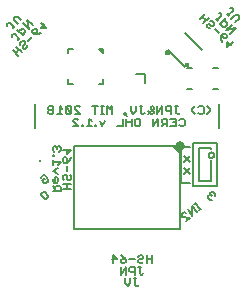
<source format=gbo>
G75*
%MOIN*%
%OFA0B0*%
%FSLAX25Y25*%
%IPPOS*%
%LPD*%
%AMOC8*
5,1,8,0,0,1.08239X$1,22.5*
%
%ADD10C,0.00600*%
%ADD11C,0.00500*%
%ADD12C,0.03150*%
%ADD13C,0.00787*%
%ADD14C,0.01575*%
D10*
X0063023Y0099378D02*
X0061799Y0100607D01*
X0061800Y0101220D01*
X0062414Y0101833D01*
X0063028Y0101831D01*
X0064252Y0100603D01*
X0064251Y0099989D01*
X0063637Y0099377D01*
X0063023Y0099378D01*
X0065767Y0101989D02*
X0068369Y0101989D01*
X0068369Y0103290D01*
X0067935Y0103723D01*
X0067068Y0103723D01*
X0066634Y0103290D01*
X0066634Y0101989D01*
X0066634Y0102856D02*
X0065767Y0103723D01*
X0066200Y0104935D02*
X0067068Y0104935D01*
X0067502Y0105369D01*
X0067502Y0106236D01*
X0067068Y0106670D01*
X0066634Y0106670D01*
X0066634Y0104935D01*
X0066200Y0104935D02*
X0065767Y0105369D01*
X0065767Y0106236D01*
X0064249Y0105655D02*
X0064047Y0105076D01*
X0063266Y0104698D01*
X0062687Y0104900D01*
X0062310Y0105681D01*
X0063091Y0106058D01*
X0064249Y0105655D02*
X0063494Y0107217D01*
X0062915Y0107418D01*
X0062134Y0107041D01*
X0061932Y0106462D01*
X0065767Y0108749D02*
X0067502Y0109616D01*
X0067502Y0110828D02*
X0068369Y0111696D01*
X0065767Y0111696D01*
X0065767Y0112563D02*
X0065767Y0110828D01*
X0065767Y0108749D02*
X0067502Y0107882D01*
X0069191Y0106973D02*
X0069191Y0106105D01*
X0069624Y0105672D01*
X0070492Y0106105D02*
X0070492Y0106973D01*
X0070058Y0107407D01*
X0069624Y0107407D01*
X0069191Y0106973D01*
X0070492Y0106105D02*
X0070926Y0105672D01*
X0071359Y0105672D01*
X0071793Y0106105D01*
X0071793Y0106973D01*
X0071359Y0107407D01*
X0070492Y0108618D02*
X0070492Y0110353D01*
X0070492Y0111565D02*
X0070492Y0112866D01*
X0070058Y0113300D01*
X0069624Y0113300D01*
X0069191Y0112866D01*
X0069191Y0111999D01*
X0069624Y0111565D01*
X0070492Y0111565D01*
X0071359Y0112432D01*
X0071793Y0113300D01*
X0070492Y0114511D02*
X0070492Y0116246D01*
X0071793Y0115812D02*
X0070492Y0114511D01*
X0069191Y0115812D02*
X0071793Y0115812D01*
X0068369Y0115682D02*
X0068369Y0116549D01*
X0067935Y0116983D01*
X0067502Y0116983D01*
X0067068Y0116549D01*
X0066634Y0116983D01*
X0066200Y0116983D01*
X0065767Y0116549D01*
X0065767Y0115682D01*
X0066200Y0115248D01*
X0066200Y0114208D02*
X0065767Y0114208D01*
X0065767Y0113775D01*
X0066200Y0113775D01*
X0066200Y0114208D01*
X0067935Y0115248D02*
X0068369Y0115682D01*
X0067068Y0116115D02*
X0067068Y0116549D01*
X0072601Y0123662D02*
X0074335Y0123662D01*
X0072601Y0125397D01*
X0072601Y0125830D01*
X0073034Y0126264D01*
X0073902Y0126264D01*
X0074335Y0125830D01*
X0075375Y0124095D02*
X0075375Y0123662D01*
X0075809Y0123662D01*
X0075809Y0124095D01*
X0075375Y0124095D01*
X0077020Y0123662D02*
X0078755Y0123662D01*
X0077888Y0123662D02*
X0077888Y0126264D01*
X0078755Y0125397D01*
X0079795Y0124095D02*
X0079795Y0123662D01*
X0080228Y0123662D01*
X0080228Y0124095D01*
X0079795Y0124095D01*
X0081440Y0125397D02*
X0082307Y0123662D01*
X0083175Y0125397D01*
X0082684Y0127822D02*
X0081816Y0127822D01*
X0082250Y0127822D02*
X0082250Y0130424D01*
X0082684Y0130424D02*
X0081816Y0130424D01*
X0080719Y0130424D02*
X0078985Y0130424D01*
X0079852Y0130424D02*
X0079852Y0127822D01*
X0083896Y0127822D02*
X0083896Y0130424D01*
X0084763Y0129557D01*
X0085630Y0130424D01*
X0085630Y0127822D01*
X0089068Y0126264D02*
X0089068Y0123662D01*
X0087333Y0123662D01*
X0090280Y0123662D02*
X0090280Y0126264D01*
X0090541Y0126954D02*
X0089674Y0127822D01*
X0090107Y0127822D01*
X0090107Y0128255D01*
X0089674Y0128255D01*
X0089674Y0127822D01*
X0091753Y0128689D02*
X0091753Y0130424D01*
X0093488Y0130424D02*
X0093488Y0128689D01*
X0092620Y0127822D01*
X0091753Y0128689D01*
X0092014Y0126264D02*
X0092014Y0123662D01*
X0093226Y0124095D02*
X0093226Y0125830D01*
X0093660Y0126264D01*
X0094527Y0126264D01*
X0094961Y0125830D01*
X0094961Y0124095D01*
X0094527Y0123662D01*
X0093660Y0123662D01*
X0093226Y0124095D01*
X0092014Y0124963D02*
X0090280Y0124963D01*
X0095133Y0128255D02*
X0095133Y0130424D01*
X0095567Y0130424D02*
X0094699Y0130424D01*
X0095133Y0128255D02*
X0095567Y0127822D01*
X0096001Y0127822D01*
X0096434Y0128255D01*
X0097646Y0127822D02*
X0099381Y0129557D01*
X0099381Y0129990D01*
X0098947Y0130424D01*
X0098513Y0129990D01*
X0098513Y0129557D01*
X0099381Y0128689D01*
X0099381Y0128255D01*
X0098947Y0127822D01*
X0098513Y0127822D01*
X0097646Y0128689D01*
X0099119Y0126264D02*
X0099119Y0123662D01*
X0100854Y0126264D01*
X0100854Y0123662D01*
X0102066Y0123662D02*
X0102933Y0124529D01*
X0102499Y0124529D02*
X0103801Y0124529D01*
X0103801Y0123662D02*
X0103801Y0126264D01*
X0102499Y0126264D01*
X0102066Y0125830D01*
X0102066Y0124963D01*
X0102499Y0124529D01*
X0105012Y0123662D02*
X0106747Y0123662D01*
X0106747Y0126264D01*
X0105012Y0126264D01*
X0105880Y0124963D02*
X0106747Y0124963D01*
X0107959Y0125830D02*
X0108392Y0126264D01*
X0109260Y0126264D01*
X0109694Y0125830D01*
X0109694Y0124095D01*
X0109260Y0123662D01*
X0108392Y0123662D01*
X0107959Y0124095D01*
X0107787Y0127822D02*
X0107353Y0127822D01*
X0106919Y0128255D01*
X0106919Y0130424D01*
X0107353Y0130424D02*
X0106485Y0130424D01*
X0105274Y0130424D02*
X0103973Y0130424D01*
X0103539Y0129990D01*
X0103539Y0129123D01*
X0103973Y0128689D01*
X0105274Y0128689D01*
X0105274Y0127822D02*
X0105274Y0130424D01*
X0107787Y0127822D02*
X0108220Y0128255D01*
X0112264Y0128689D02*
X0112264Y0129557D01*
X0113131Y0130424D01*
X0114343Y0129990D02*
X0114777Y0130424D01*
X0115644Y0130424D01*
X0116078Y0129990D01*
X0116078Y0128255D01*
X0115644Y0127822D01*
X0114777Y0127822D01*
X0114343Y0128255D01*
X0113131Y0127822D02*
X0112264Y0128689D01*
X0117175Y0127822D02*
X0118042Y0128689D01*
X0118042Y0129557D01*
X0117175Y0130424D01*
X0102327Y0130424D02*
X0102327Y0127822D01*
X0100592Y0127822D02*
X0100592Y0130424D01*
X0102327Y0130424D02*
X0100592Y0127822D01*
X0118620Y0101649D02*
X0118337Y0101320D01*
X0118383Y0100708D01*
X0117771Y0100662D01*
X0117488Y0100334D01*
X0117534Y0099722D01*
X0118192Y0099156D01*
X0118804Y0099202D01*
X0118712Y0100426D02*
X0118383Y0100708D01*
X0118620Y0101649D02*
X0119231Y0101695D01*
X0119889Y0101129D01*
X0119935Y0100518D01*
X0115245Y0096217D02*
X0114563Y0095680D01*
X0114904Y0095949D02*
X0113295Y0097994D01*
X0113636Y0098262D02*
X0112954Y0097725D01*
X0112092Y0097047D02*
X0113701Y0095002D01*
X0112338Y0093929D02*
X0112092Y0097047D01*
X0110729Y0095974D02*
X0112338Y0093929D01*
X0111386Y0093180D02*
X0108949Y0093470D01*
X0108681Y0093811D01*
X0108754Y0094420D01*
X0109435Y0094957D01*
X0110045Y0094884D01*
X0111386Y0093180D02*
X0110022Y0092107D01*
X0098931Y0080688D02*
X0098931Y0078086D01*
X0098931Y0079387D02*
X0097196Y0079387D01*
X0095985Y0079820D02*
X0095551Y0079387D01*
X0094683Y0079387D01*
X0094250Y0078953D01*
X0094250Y0078519D01*
X0094683Y0078086D01*
X0095551Y0078086D01*
X0095985Y0078519D01*
X0097196Y0078086D02*
X0097196Y0080688D01*
X0095985Y0080254D02*
X0095985Y0079820D01*
X0095985Y0080254D02*
X0095551Y0080688D01*
X0094683Y0080688D01*
X0094250Y0080254D01*
X0093038Y0079387D02*
X0091303Y0079387D01*
X0090091Y0079387D02*
X0088790Y0079387D01*
X0088357Y0078953D01*
X0088357Y0078519D01*
X0088790Y0078086D01*
X0089658Y0078086D01*
X0090091Y0078519D01*
X0090091Y0079387D01*
X0089224Y0080254D01*
X0088357Y0080688D01*
X0087145Y0079387D02*
X0085410Y0079387D01*
X0085844Y0080688D02*
X0087145Y0079387D01*
X0085844Y0078086D02*
X0085844Y0080688D01*
X0088357Y0076848D02*
X0088357Y0074246D01*
X0090091Y0076848D01*
X0090091Y0074246D01*
X0089830Y0073008D02*
X0089830Y0071273D01*
X0090697Y0070406D01*
X0091565Y0071273D01*
X0091565Y0073008D01*
X0092776Y0073008D02*
X0093644Y0073008D01*
X0093210Y0073008D02*
X0093210Y0070839D01*
X0093644Y0070406D01*
X0094078Y0070406D01*
X0094511Y0070839D01*
X0095117Y0074246D02*
X0094683Y0074679D01*
X0094683Y0076848D01*
X0094250Y0076848D02*
X0095117Y0076848D01*
X0093038Y0076848D02*
X0093038Y0074246D01*
X0093038Y0075113D02*
X0091737Y0075113D01*
X0091303Y0075547D01*
X0091303Y0076414D01*
X0091737Y0076848D01*
X0093038Y0076848D01*
X0095117Y0074246D02*
X0095551Y0074246D01*
X0095985Y0074679D01*
X0071793Y0102725D02*
X0069191Y0102725D01*
X0070492Y0102725D02*
X0070492Y0104460D01*
X0071793Y0104460D02*
X0069191Y0104460D01*
X0068933Y0127822D02*
X0067199Y0127822D01*
X0068066Y0127822D02*
X0068066Y0130424D01*
X0068933Y0129557D01*
X0070145Y0129990D02*
X0071880Y0128255D01*
X0071446Y0127822D01*
X0070579Y0127822D01*
X0070145Y0128255D01*
X0070145Y0129990D01*
X0070579Y0130424D01*
X0071446Y0130424D01*
X0071880Y0129990D01*
X0071880Y0128255D01*
X0073092Y0127822D02*
X0074826Y0127822D01*
X0073092Y0129557D01*
X0073092Y0129990D01*
X0073525Y0130424D01*
X0074393Y0130424D01*
X0074826Y0129990D01*
X0065987Y0129990D02*
X0065987Y0129557D01*
X0065553Y0129123D01*
X0064686Y0129123D01*
X0064252Y0128689D01*
X0064252Y0128255D01*
X0064686Y0127822D01*
X0065553Y0127822D01*
X0065987Y0128255D01*
X0065987Y0128689D01*
X0065553Y0129123D01*
X0064686Y0129123D02*
X0064252Y0129557D01*
X0064252Y0129990D01*
X0064686Y0130424D01*
X0065553Y0130424D01*
X0065987Y0129990D01*
X0054271Y0147162D02*
X0052431Y0149002D01*
X0053351Y0148082D02*
X0054577Y0149309D01*
X0055741Y0149859D02*
X0055741Y0150472D01*
X0056354Y0151086D01*
X0056354Y0151699D01*
X0056047Y0152006D01*
X0055434Y0152006D01*
X0054821Y0151392D01*
X0054821Y0150779D01*
X0053657Y0150229D02*
X0055497Y0148389D01*
X0056047Y0149552D02*
X0055741Y0149859D01*
X0056047Y0149552D02*
X0056661Y0149552D01*
X0057274Y0150166D01*
X0057274Y0150779D01*
X0057518Y0152249D02*
X0058744Y0153476D01*
X0059601Y0154333D02*
X0060521Y0155253D01*
X0060521Y0155866D01*
X0060214Y0156173D01*
X0059601Y0156173D01*
X0058988Y0155559D01*
X0058988Y0154946D01*
X0059601Y0154333D01*
X0060828Y0154333D01*
X0061748Y0154639D01*
X0061685Y0156416D02*
X0062911Y0157643D01*
X0061685Y0158256D02*
X0063525Y0156416D01*
X0061685Y0156416D01*
X0059033Y0157355D02*
X0057193Y0159195D01*
X0057806Y0156128D01*
X0055966Y0157968D01*
X0055276Y0159028D02*
X0054049Y0160255D01*
X0052822Y0160255D01*
X0052822Y0159028D01*
X0054049Y0157801D01*
X0053192Y0156945D02*
X0052579Y0156331D01*
X0052885Y0156638D02*
X0051352Y0158171D01*
X0050739Y0158171D01*
X0050432Y0157865D01*
X0050432Y0157251D01*
X0052412Y0154414D02*
X0052105Y0154108D01*
X0052105Y0153494D01*
X0052412Y0154414D02*
X0053025Y0154414D01*
X0054559Y0152881D01*
X0054252Y0152574D02*
X0054866Y0153188D01*
X0055722Y0154044D02*
X0053882Y0155884D01*
X0054496Y0155271D02*
X0055416Y0156191D01*
X0056029Y0156191D01*
X0056642Y0155578D01*
X0056642Y0154964D01*
X0055722Y0154044D01*
X0114702Y0159281D02*
X0116542Y0161121D01*
X0115622Y0160201D02*
X0116849Y0158975D01*
X0117399Y0157811D02*
X0118012Y0157811D01*
X0118625Y0157198D01*
X0119239Y0157198D01*
X0119545Y0157505D01*
X0119545Y0158118D01*
X0118932Y0158731D01*
X0118319Y0158731D01*
X0117769Y0159895D02*
X0115929Y0158055D01*
X0117092Y0157505D02*
X0117399Y0157811D01*
X0117092Y0157505D02*
X0117092Y0156891D01*
X0117705Y0156278D01*
X0118319Y0156278D01*
X0119789Y0156034D02*
X0121016Y0154808D01*
X0121872Y0153951D02*
X0122792Y0153031D01*
X0123406Y0153031D01*
X0123712Y0153338D01*
X0123712Y0153951D01*
X0123099Y0154564D01*
X0122486Y0154564D01*
X0121872Y0153951D01*
X0121872Y0152724D01*
X0122179Y0151804D01*
X0123956Y0151867D02*
X0125183Y0150641D01*
X0125796Y0151867D02*
X0123956Y0150027D01*
X0123956Y0151867D01*
X0124894Y0154519D02*
X0126734Y0156360D01*
X0123668Y0155746D01*
X0125508Y0157586D01*
X0126568Y0158277D02*
X0127795Y0159503D01*
X0127795Y0160730D01*
X0126568Y0160730D01*
X0125341Y0159503D01*
X0124484Y0160360D02*
X0123871Y0160973D01*
X0124178Y0160667D02*
X0125711Y0162200D01*
X0125711Y0162813D01*
X0125404Y0163120D01*
X0124791Y0163120D01*
X0121954Y0161140D02*
X0121954Y0160527D01*
X0120421Y0158993D01*
X0120727Y0158687D02*
X0120114Y0159300D01*
X0121584Y0157830D02*
X0122504Y0156910D01*
X0123118Y0156910D01*
X0123731Y0157523D01*
X0123731Y0158136D01*
X0122811Y0159056D01*
X0123424Y0159670D02*
X0121584Y0157830D01*
X0121954Y0161140D02*
X0121647Y0161447D01*
X0121034Y0161447D01*
D11*
X0072731Y0117160D02*
X0072731Y0089601D01*
X0108164Y0089601D01*
X0108164Y0117160D01*
X0108164Y0114798D01*
X0105802Y0117160D01*
X0108164Y0117160D01*
X0072731Y0117160D01*
X0059739Y0123065D02*
X0059739Y0130939D01*
X0070802Y0137711D02*
X0070802Y0139286D01*
X0070802Y0137711D02*
X0072377Y0137711D01*
X0081038Y0137711D02*
X0082613Y0137711D01*
X0082613Y0139286D01*
X0082613Y0147947D02*
X0082613Y0148735D01*
X0082219Y0149128D01*
X0081825Y0149128D01*
X0082219Y0148735D01*
X0082613Y0148735D02*
X0082613Y0149522D01*
X0081038Y0149522D01*
X0082613Y0147947D01*
X0072377Y0149522D02*
X0070802Y0149522D01*
X0070802Y0147947D01*
X0093597Y0140979D02*
X0096353Y0140979D01*
X0096353Y0138223D01*
X0103577Y0148332D02*
X0103579Y0148371D01*
X0103585Y0148410D01*
X0103595Y0148448D01*
X0103608Y0148485D01*
X0103625Y0148520D01*
X0103645Y0148554D01*
X0103669Y0148585D01*
X0103696Y0148614D01*
X0103725Y0148640D01*
X0103757Y0148663D01*
X0103791Y0148683D01*
X0103827Y0148699D01*
X0103864Y0148711D01*
X0103903Y0148720D01*
X0103942Y0148725D01*
X0103981Y0148726D01*
X0104020Y0148723D01*
X0104059Y0148716D01*
X0104096Y0148705D01*
X0104133Y0148691D01*
X0104168Y0148673D01*
X0104201Y0148652D01*
X0104232Y0148627D01*
X0104260Y0148600D01*
X0104285Y0148570D01*
X0104307Y0148537D01*
X0104326Y0148503D01*
X0104341Y0148467D01*
X0104353Y0148429D01*
X0104361Y0148391D01*
X0104365Y0148352D01*
X0104365Y0148312D01*
X0104361Y0148273D01*
X0104353Y0148235D01*
X0104341Y0148197D01*
X0104326Y0148161D01*
X0104307Y0148127D01*
X0104285Y0148094D01*
X0104260Y0148064D01*
X0104232Y0148037D01*
X0104201Y0148012D01*
X0104168Y0147991D01*
X0104133Y0147973D01*
X0104096Y0147959D01*
X0104059Y0147948D01*
X0104020Y0147941D01*
X0103981Y0147938D01*
X0103942Y0147939D01*
X0103903Y0147944D01*
X0103864Y0147953D01*
X0103827Y0147965D01*
X0103791Y0147981D01*
X0103757Y0148001D01*
X0103725Y0148024D01*
X0103696Y0148050D01*
X0103669Y0148079D01*
X0103645Y0148110D01*
X0103625Y0148144D01*
X0103608Y0148179D01*
X0103595Y0148216D01*
X0103585Y0148254D01*
X0103579Y0148293D01*
X0103577Y0148332D01*
X0103693Y0148611D02*
X0103971Y0148332D01*
X0103414Y0148332D02*
X0103416Y0148379D01*
X0103422Y0148425D01*
X0103431Y0148471D01*
X0103445Y0148515D01*
X0103462Y0148559D01*
X0103483Y0148600D01*
X0103507Y0148640D01*
X0103534Y0148678D01*
X0103565Y0148713D01*
X0103598Y0148746D01*
X0103634Y0148776D01*
X0103673Y0148802D01*
X0103713Y0148826D01*
X0103755Y0148845D01*
X0103799Y0148862D01*
X0103844Y0148874D01*
X0103890Y0148883D01*
X0103936Y0148888D01*
X0103983Y0148889D01*
X0104029Y0148886D01*
X0104075Y0148879D01*
X0104121Y0148868D01*
X0104165Y0148854D01*
X0104208Y0148836D01*
X0104249Y0148814D01*
X0104289Y0148789D01*
X0104326Y0148761D01*
X0104361Y0148730D01*
X0104393Y0148696D01*
X0104422Y0148659D01*
X0104447Y0148621D01*
X0104470Y0148580D01*
X0104489Y0148537D01*
X0104504Y0148493D01*
X0104516Y0148448D01*
X0104524Y0148402D01*
X0104528Y0148355D01*
X0104528Y0148309D01*
X0104524Y0148262D01*
X0104516Y0148216D01*
X0104504Y0148171D01*
X0104489Y0148127D01*
X0104470Y0148084D01*
X0104447Y0148043D01*
X0104422Y0148005D01*
X0104393Y0147968D01*
X0104361Y0147934D01*
X0104326Y0147903D01*
X0104289Y0147875D01*
X0104250Y0147850D01*
X0104208Y0147828D01*
X0104165Y0147810D01*
X0104121Y0147796D01*
X0104075Y0147785D01*
X0104029Y0147778D01*
X0103983Y0147775D01*
X0103936Y0147776D01*
X0103890Y0147781D01*
X0103844Y0147790D01*
X0103799Y0147802D01*
X0103755Y0147819D01*
X0103713Y0147838D01*
X0103673Y0147862D01*
X0103634Y0147888D01*
X0103598Y0147918D01*
X0103565Y0147951D01*
X0103534Y0147986D01*
X0103507Y0148024D01*
X0103483Y0148064D01*
X0103462Y0148105D01*
X0103445Y0148149D01*
X0103431Y0148193D01*
X0103422Y0148239D01*
X0103416Y0148285D01*
X0103414Y0148332D01*
X0104250Y0149168D02*
X0109818Y0143600D01*
X0110605Y0143183D02*
X0112180Y0143183D01*
X0115385Y0149168D02*
X0109818Y0154735D01*
X0119266Y0143183D02*
X0120841Y0143183D01*
X0120841Y0136097D02*
X0119266Y0136097D01*
X0121156Y0130939D02*
X0121156Y0123065D01*
X0120369Y0117947D02*
X0120369Y0103774D01*
X0112495Y0103774D01*
X0112495Y0117947D01*
X0120369Y0117947D01*
X0118400Y0116372D02*
X0118400Y0115979D01*
X0118400Y0116372D02*
X0114463Y0116372D01*
X0114463Y0105349D01*
X0118400Y0105349D01*
X0118400Y0112435D01*
X0117720Y0114102D02*
X0117722Y0114162D01*
X0117728Y0114221D01*
X0117738Y0114280D01*
X0117752Y0114338D01*
X0117769Y0114395D01*
X0117791Y0114451D01*
X0117816Y0114505D01*
X0117845Y0114558D01*
X0117877Y0114608D01*
X0117912Y0114656D01*
X0117951Y0114702D01*
X0117992Y0114745D01*
X0118037Y0114785D01*
X0118084Y0114822D01*
X0118133Y0114856D01*
X0118184Y0114886D01*
X0118238Y0114913D01*
X0118293Y0114936D01*
X0118349Y0114956D01*
X0118407Y0114972D01*
X0118465Y0114984D01*
X0118525Y0114992D01*
X0118584Y0114996D01*
X0118644Y0114996D01*
X0118703Y0114992D01*
X0118763Y0114984D01*
X0118821Y0114972D01*
X0118879Y0114956D01*
X0118935Y0114936D01*
X0118990Y0114913D01*
X0119044Y0114886D01*
X0119095Y0114856D01*
X0119144Y0114822D01*
X0119191Y0114785D01*
X0119236Y0114745D01*
X0119277Y0114702D01*
X0119316Y0114656D01*
X0119351Y0114608D01*
X0119383Y0114558D01*
X0119412Y0114505D01*
X0119437Y0114451D01*
X0119459Y0114395D01*
X0119476Y0114338D01*
X0119490Y0114280D01*
X0119500Y0114221D01*
X0119506Y0114162D01*
X0119508Y0114102D01*
X0119506Y0114042D01*
X0119500Y0113983D01*
X0119490Y0113924D01*
X0119476Y0113866D01*
X0119459Y0113809D01*
X0119437Y0113753D01*
X0119412Y0113699D01*
X0119383Y0113646D01*
X0119351Y0113596D01*
X0119316Y0113548D01*
X0119277Y0113502D01*
X0119236Y0113459D01*
X0119191Y0113419D01*
X0119144Y0113382D01*
X0119095Y0113348D01*
X0119044Y0113318D01*
X0118990Y0113291D01*
X0118935Y0113268D01*
X0118879Y0113248D01*
X0118821Y0113232D01*
X0118763Y0113220D01*
X0118703Y0113212D01*
X0118644Y0113208D01*
X0118584Y0113208D01*
X0118525Y0113212D01*
X0118465Y0113220D01*
X0118407Y0113232D01*
X0118349Y0113248D01*
X0118293Y0113268D01*
X0118238Y0113291D01*
X0118184Y0113318D01*
X0118133Y0113348D01*
X0118084Y0113382D01*
X0118037Y0113419D01*
X0117992Y0113459D01*
X0117951Y0113502D01*
X0117912Y0113548D01*
X0117877Y0113596D01*
X0117845Y0113646D01*
X0117816Y0113699D01*
X0117791Y0113753D01*
X0117769Y0113809D01*
X0117752Y0113866D01*
X0117738Y0113924D01*
X0117728Y0113983D01*
X0117722Y0114042D01*
X0117720Y0114102D01*
X0111432Y0113861D02*
X0109432Y0111861D01*
X0109432Y0113861D02*
X0111432Y0111861D01*
X0111432Y0109861D02*
X0109432Y0107861D01*
X0109432Y0109861D02*
X0111432Y0107861D01*
X0111432Y0104861D02*
X0108432Y0104861D01*
X0108432Y0116861D01*
X0111432Y0116861D01*
X0108164Y0117083D02*
X0105878Y0117083D01*
X0106377Y0116585D02*
X0108164Y0116585D01*
X0108164Y0116086D02*
X0106875Y0116086D01*
X0107374Y0115588D02*
X0108164Y0115588D01*
X0108164Y0115089D02*
X0107872Y0115089D01*
X0110605Y0136097D02*
X0112180Y0136097D01*
D12*
X0108164Y0117160D03*
D13*
X0061359Y0111961D03*
D14*
X0110605Y0143971D03*
M02*

</source>
